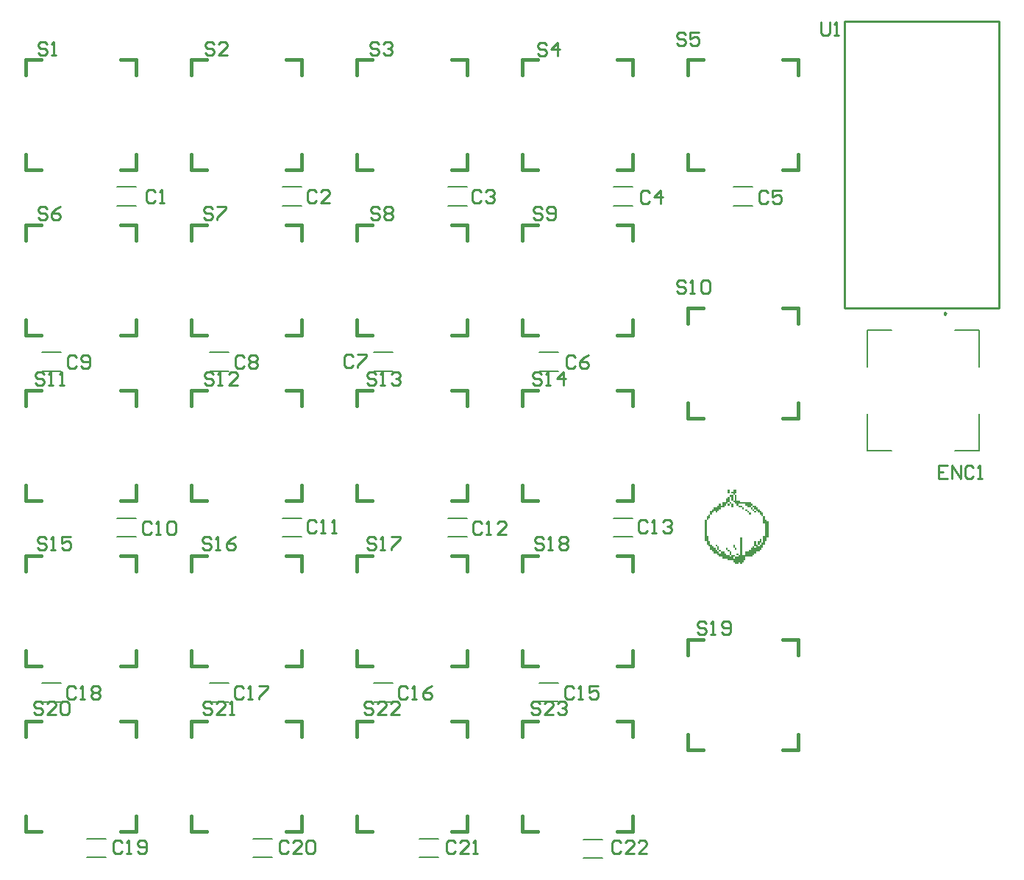
<source format=gto>
G04*
G04 #@! TF.GenerationSoftware,Altium Limited,Altium Designer,22.0.2 (36)*
G04*
G04 Layer_Color=65535*
%FSLAX25Y25*%
%MOIN*%
G70*
G04*
G04 #@! TF.SameCoordinates,D710C13B-DE0B-4BD4-8DFF-8B7893174C1F*
G04*
G04*
G04 #@! TF.FilePolarity,Positive*
G04*
G01*
G75*
%ADD10C,0.00984*%
%ADD11C,0.01500*%
%ADD12C,0.00787*%
%ADD13C,0.01000*%
G36*
X1842709Y639531D02*
Y638731D01*
X1841909D01*
Y639531D01*
Y640331D01*
X1842709D01*
Y639531D01*
D02*
G37*
G36*
X1845909D02*
Y638731D01*
X1845109D01*
Y637931D01*
X1845909D01*
Y637131D01*
Y636331D01*
Y635531D01*
X1847509D01*
Y634731D01*
X1852309D01*
Y633931D01*
X1853109D01*
Y633131D01*
X1854709D01*
Y632331D01*
X1855509D01*
Y631531D01*
X1856309D01*
Y630731D01*
X1857109D01*
Y629931D01*
X1857909D01*
Y629131D01*
Y628331D01*
X1858709D01*
Y627531D01*
Y626731D01*
X1859509D01*
Y625931D01*
X1860309D01*
Y625131D01*
Y624331D01*
Y623531D01*
Y622731D01*
Y621931D01*
Y621131D01*
Y620331D01*
Y619531D01*
Y618731D01*
X1859509D01*
Y617931D01*
Y617131D01*
X1858709D01*
Y616331D01*
Y615531D01*
X1857909D01*
Y614731D01*
Y613931D01*
X1857109D01*
Y613131D01*
X1856309D01*
Y612331D01*
X1854709D01*
Y611531D01*
X1853909D01*
Y610731D01*
X1853109D01*
Y609931D01*
X1849909D01*
Y609131D01*
Y608331D01*
X1849109D01*
Y607531D01*
X1848309D01*
Y606731D01*
X1847509D01*
Y607531D01*
X1846709D01*
Y606731D01*
X1845109D01*
Y607531D01*
X1844309D01*
Y608331D01*
X1841909D01*
Y609131D01*
X1839509D01*
Y609931D01*
X1837909D01*
Y610731D01*
X1837109D01*
Y611531D01*
X1835509D01*
Y612331D01*
X1834709D01*
Y613131D01*
X1833909D01*
Y613931D01*
Y614731D01*
X1833109D01*
Y615531D01*
X1832309D01*
Y616331D01*
Y617131D01*
X1831509D01*
Y617931D01*
Y618731D01*
Y619531D01*
Y620331D01*
Y621131D01*
Y621931D01*
Y622731D01*
Y623531D01*
Y624331D01*
Y625131D01*
Y625931D01*
Y626731D01*
X1832309D01*
Y625931D01*
Y625131D01*
Y624331D01*
Y623531D01*
Y622731D01*
Y621931D01*
Y621131D01*
Y620331D01*
Y619531D01*
X1833109D01*
Y618731D01*
Y617931D01*
Y617131D01*
X1833909D01*
Y616331D01*
Y615531D01*
X1834709D01*
Y614731D01*
X1835509D01*
Y613931D01*
X1836309D01*
Y613131D01*
X1837109D01*
Y612331D01*
X1837909D01*
Y611531D01*
X1838709D01*
Y612331D01*
X1837909D01*
Y613131D01*
X1837109D01*
Y613931D01*
Y614731D01*
X1836309D01*
Y615531D01*
X1837109D01*
Y614731D01*
X1837909D01*
Y613931D01*
Y613131D01*
X1838709D01*
Y612331D01*
X1840309D01*
Y611531D01*
X1841109D01*
Y610731D01*
X1842709D01*
Y609931D01*
X1843509D01*
Y610731D01*
X1842709D01*
Y611531D01*
Y612331D01*
X1841909D01*
Y613131D01*
X1841109D01*
Y613931D01*
X1841909D01*
Y613131D01*
X1842709D01*
Y612331D01*
X1843509D01*
Y611531D01*
Y610731D01*
X1845109D01*
Y609931D01*
X1846709D01*
Y610731D01*
X1845909D01*
Y611531D01*
X1846709D01*
Y610731D01*
X1847509D01*
Y611531D01*
Y612331D01*
Y613131D01*
Y613931D01*
Y614731D01*
Y615531D01*
Y616331D01*
Y617131D01*
Y617931D01*
Y618731D01*
X1848309D01*
Y617931D01*
Y617131D01*
Y616331D01*
Y615531D01*
Y614731D01*
Y613931D01*
Y613131D01*
Y612331D01*
Y611531D01*
Y610731D01*
X1849909D01*
Y611531D01*
Y612331D01*
X1851509D01*
Y613131D01*
X1852309D01*
Y613931D01*
X1853109D01*
Y614731D01*
X1853909D01*
Y613931D01*
X1854709D01*
Y614731D01*
X1853909D01*
Y615531D01*
Y616331D01*
Y617131D01*
X1854709D01*
Y616331D01*
Y615531D01*
X1855509D01*
Y614731D01*
X1856309D01*
Y615531D01*
X1855509D01*
Y616331D01*
Y617131D01*
X1856309D01*
Y617931D01*
X1857109D01*
Y617131D01*
Y616331D01*
X1857909D01*
Y617131D01*
Y617931D01*
Y618731D01*
Y619531D01*
X1858709D01*
Y620331D01*
Y621131D01*
Y621931D01*
Y622731D01*
Y623531D01*
Y624331D01*
Y625131D01*
X1857909D01*
Y625931D01*
Y626731D01*
Y627531D01*
Y628331D01*
X1857109D01*
Y629131D01*
X1856309D01*
Y629931D01*
X1855509D01*
Y630731D01*
X1854709D01*
Y631531D01*
X1853909D01*
Y632331D01*
X1853109D01*
Y633131D01*
X1852309D01*
Y632331D01*
X1853109D01*
Y631531D01*
X1853909D01*
Y630731D01*
X1854709D01*
Y629931D01*
X1853909D01*
Y630731D01*
X1853109D01*
Y631531D01*
X1852309D01*
Y632331D01*
X1850709D01*
Y633131D01*
X1849909D01*
Y633931D01*
X1846709D01*
Y633131D01*
X1848309D01*
Y632331D01*
X1849109D01*
Y631531D01*
X1848309D01*
Y632331D01*
X1846709D01*
Y633131D01*
X1845909D01*
Y633931D01*
X1845109D01*
Y634731D01*
X1844309D01*
Y635531D01*
X1843509D01*
Y636331D01*
Y637131D01*
X1842709D01*
Y637931D01*
X1844309D01*
Y637131D01*
Y636331D01*
Y635531D01*
X1845109D01*
Y636331D01*
Y637131D01*
Y637931D01*
X1844309D01*
Y638731D01*
X1843509D01*
Y639531D01*
X1844309D01*
Y640331D01*
X1845909D01*
Y639531D01*
D02*
G37*
G36*
X1842709Y636331D02*
Y635531D01*
Y634731D01*
X1843509D01*
Y633931D01*
X1844309D01*
Y633131D01*
Y632331D01*
X1843509D01*
Y633131D01*
Y633931D01*
X1842709D01*
Y634731D01*
X1841909D01*
Y633931D01*
X1842709D01*
Y633131D01*
X1841909D01*
Y633931D01*
X1841109D01*
Y633131D01*
X1840309D01*
Y632331D01*
X1838709D01*
Y631531D01*
X1837909D01*
Y630731D01*
X1837109D01*
Y629931D01*
X1836309D01*
Y630731D01*
X1835509D01*
Y629931D01*
X1834709D01*
Y629131D01*
X1833909D01*
Y629931D01*
Y630731D01*
X1834709D01*
Y631531D01*
X1835509D01*
Y632331D01*
X1837109D01*
Y633131D01*
X1837909D01*
Y633931D01*
X1838709D01*
Y633131D01*
X1839509D01*
Y633931D01*
Y634731D01*
X1841109D01*
Y635531D01*
Y636331D01*
X1841909D01*
Y637131D01*
X1842709D01*
Y636331D01*
D02*
G37*
G36*
X1850709Y630731D02*
X1851509D01*
Y629931D01*
X1852309D01*
Y629131D01*
X1851509D01*
Y629931D01*
X1850709D01*
Y630731D01*
X1849909D01*
Y631531D01*
X1850709D01*
Y630731D01*
D02*
G37*
G36*
X1833909Y628331D02*
Y627531D01*
X1833109D01*
Y626731D01*
X1832309D01*
Y627531D01*
Y628331D01*
X1833109D01*
Y629131D01*
X1833909D01*
Y628331D01*
D02*
G37*
G36*
X1845109Y614731D02*
Y613931D01*
X1845909D01*
Y613131D01*
X1845109D01*
Y613931D01*
X1844309D01*
Y614731D01*
Y615531D01*
X1845109D01*
Y614731D01*
D02*
G37*
%LPC*%
G36*
X1857109Y616331D02*
X1856309D01*
Y615531D01*
X1857109D01*
Y616331D01*
D02*
G37*
G36*
X1845109Y609931D02*
X1844309D01*
Y609131D01*
X1845109D01*
Y609931D01*
D02*
G37*
%LPD*%
D10*
X1940650Y720276D02*
X1939911Y720702D01*
Y719849D01*
X1940650Y720276D01*
D11*
X1823850Y828402D02*
Y835402D01*
Y785402D02*
Y792402D01*
Y785402D02*
X1830850D01*
X1866850D02*
X1873850D01*
Y792402D01*
Y828402D02*
Y835402D01*
X1866850D02*
X1873850D01*
X1823850D02*
X1830850D01*
X1823850Y715835D02*
Y722835D01*
Y672835D02*
Y679835D01*
Y672835D02*
X1830850D01*
X1866850D02*
X1873850D01*
Y679835D01*
Y715835D02*
Y722835D01*
X1866850D02*
X1873850D01*
X1823850D02*
X1830850D01*
X1748878Y528433D02*
Y535433D01*
Y485433D02*
Y492433D01*
Y485433D02*
X1755878D01*
X1791878D02*
X1798878D01*
Y492433D01*
Y528433D02*
Y535433D01*
X1791878D02*
X1798878D01*
X1748878D02*
X1755878D01*
X1673878Y528433D02*
Y535433D01*
Y485433D02*
Y492433D01*
Y485433D02*
X1680878D01*
X1716878D02*
X1723878D01*
Y492433D01*
Y528433D02*
Y535433D01*
X1716878D02*
X1723878D01*
X1673878D02*
X1680878D01*
X1598878Y528433D02*
Y535433D01*
Y485433D02*
Y492433D01*
Y485433D02*
X1605878D01*
X1641878D02*
X1648878D01*
Y492433D01*
Y528433D02*
Y535433D01*
X1641878D02*
X1648878D01*
X1598878D02*
X1605878D01*
X1523878Y528433D02*
Y535433D01*
Y485433D02*
Y492433D01*
Y485433D02*
X1530878D01*
X1566878D02*
X1573878D01*
Y492433D01*
Y528433D02*
Y535433D01*
X1566878D02*
X1573878D01*
X1523878D02*
X1530878D01*
X1823850Y565579D02*
Y572579D01*
Y522579D02*
Y529579D01*
Y522579D02*
X1830850D01*
X1866850D02*
X1873850D01*
Y529579D01*
Y565579D02*
Y572579D01*
X1866850D02*
X1873850D01*
X1823850D02*
X1830850D01*
X1748878Y603492D02*
Y610492D01*
Y560492D02*
Y567492D01*
Y560492D02*
X1755878D01*
X1791878D02*
X1798878D01*
Y567492D01*
Y603492D02*
Y610492D01*
X1791878D02*
X1798878D01*
X1748878D02*
X1755878D01*
X1673878Y603433D02*
Y610433D01*
Y560433D02*
Y567433D01*
Y560433D02*
X1680878D01*
X1716878D02*
X1723878D01*
Y567433D01*
Y603433D02*
Y610433D01*
X1716878D02*
X1723878D01*
X1673878D02*
X1680878D01*
X1598878Y603433D02*
Y610433D01*
Y560433D02*
Y567433D01*
Y560433D02*
X1605878D01*
X1641878D02*
X1648878D01*
Y567433D01*
Y603433D02*
Y610433D01*
X1641878D02*
X1648878D01*
X1598878D02*
X1605878D01*
X1523878Y603433D02*
Y610433D01*
Y560433D02*
Y567433D01*
Y560433D02*
X1530878D01*
X1566878D02*
X1573878D01*
Y567433D01*
Y603433D02*
Y610433D01*
X1566878D02*
X1573878D01*
X1523878D02*
X1530878D01*
X1748878Y678335D02*
Y685335D01*
Y635335D02*
Y642335D01*
Y635335D02*
X1755878D01*
X1791878D02*
X1798878D01*
Y642335D01*
Y678335D02*
Y685335D01*
X1791878D02*
X1798878D01*
X1748878D02*
X1755878D01*
X1673878Y678335D02*
Y685335D01*
Y635335D02*
Y642335D01*
Y635335D02*
X1680878D01*
X1716878D02*
X1723878D01*
Y642335D01*
Y678335D02*
Y685335D01*
X1716878D02*
X1723878D01*
X1673878D02*
X1680878D01*
X1598878Y678335D02*
Y685335D01*
Y635335D02*
Y642335D01*
Y635335D02*
X1605878D01*
X1641878D02*
X1648878D01*
Y642335D01*
Y678335D02*
Y685335D01*
X1641878D02*
X1648878D01*
X1598878D02*
X1605878D01*
X1523878Y678335D02*
Y685335D01*
Y635335D02*
Y642335D01*
Y635335D02*
X1530878D01*
X1566878D02*
X1573878D01*
Y642335D01*
Y678335D02*
Y685335D01*
X1566878D02*
X1573878D01*
X1523878D02*
X1530878D01*
X1748878Y753433D02*
Y760433D01*
Y710433D02*
Y717433D01*
Y710433D02*
X1755878D01*
X1791878D02*
X1798878D01*
Y717433D01*
Y753433D02*
Y760433D01*
X1791878D02*
X1798878D01*
X1748878D02*
X1755878D01*
X1673878Y753433D02*
Y760433D01*
Y710433D02*
Y717433D01*
Y710433D02*
X1680878D01*
X1716878D02*
X1723878D01*
Y717433D01*
Y753433D02*
Y760433D01*
X1716878D02*
X1723878D01*
X1673878D02*
X1680878D01*
X1598878Y753433D02*
Y760433D01*
Y710433D02*
Y717433D01*
Y710433D02*
X1605878D01*
X1641878D02*
X1648878D01*
Y717433D01*
Y753433D02*
Y760433D01*
X1641878D02*
X1648878D01*
X1598878D02*
X1605878D01*
X1523878Y753433D02*
Y760433D01*
Y710433D02*
Y717433D01*
Y710433D02*
X1530878D01*
X1566878D02*
X1573878D01*
Y717433D01*
Y753433D02*
Y760433D01*
X1566878D02*
X1573878D01*
X1523878D02*
X1530878D01*
X1748878Y828402D02*
Y835402D01*
Y785402D02*
Y792402D01*
Y785402D02*
X1755878D01*
X1791878D02*
X1798878D01*
Y792402D01*
Y828402D02*
Y835402D01*
X1791878D02*
X1798878D01*
X1748878D02*
X1755878D01*
X1673878Y828402D02*
Y835402D01*
Y785402D02*
Y792402D01*
Y785402D02*
X1680878D01*
X1716878D02*
X1723878D01*
Y792402D01*
Y828402D02*
Y835402D01*
X1716878D02*
X1723878D01*
X1673878D02*
X1680878D01*
X1598878Y828402D02*
Y835402D01*
Y785402D02*
Y792402D01*
Y785402D02*
X1605878D01*
X1641878D02*
X1648878D01*
Y792402D01*
Y828402D02*
Y835402D01*
X1641878D02*
X1648878D01*
X1598878D02*
X1605878D01*
X1523878Y828402D02*
Y835402D01*
Y785402D02*
Y792402D01*
Y785402D02*
X1530878D01*
X1566878D02*
X1573878D01*
Y792402D01*
Y828402D02*
Y835402D01*
X1566878D02*
X1573878D01*
X1523878D02*
X1530878D01*
D12*
X1626772Y473721D02*
X1635433D01*
X1626772Y482185D02*
X1635433D01*
X1701969Y473721D02*
X1710630D01*
X1701969Y482185D02*
X1710630D01*
X1776575Y473327D02*
X1785236D01*
X1776575Y481791D02*
X1785236D01*
X1551575Y473721D02*
X1560236D01*
X1551575Y482185D02*
X1560236D01*
X1955709Y658071D02*
Y674705D01*
Y696161D02*
Y712795D01*
X1904921D02*
X1915945D01*
X1944685D02*
X1955709D01*
X1904921Y658071D02*
Y674705D01*
Y696161D02*
Y712795D01*
Y658071D02*
X1915945D01*
X1944685D02*
X1955709D01*
X1531102Y544201D02*
X1539764D01*
X1531102Y552665D02*
X1539764D01*
X1607087Y544201D02*
X1615748D01*
X1607087Y552665D02*
X1615748D01*
X1681496Y544201D02*
X1690158D01*
X1681496Y552665D02*
X1690158D01*
X1756299Y544260D02*
X1764961D01*
X1756299Y552724D02*
X1764961D01*
X1790134Y627567D02*
X1798796D01*
X1790134Y619102D02*
X1798796D01*
X1715049Y627567D02*
X1723711D01*
X1715049Y619102D02*
X1723711D01*
X1640158Y627567D02*
X1648819D01*
X1640158Y619102D02*
X1648819D01*
X1565158Y627567D02*
X1573819D01*
X1565158Y619102D02*
X1573819D01*
X1531102Y694201D02*
X1539764D01*
X1531102Y702665D02*
X1539764D01*
X1607087Y694201D02*
X1615748D01*
X1607087Y702665D02*
X1615748D01*
X1681496Y694201D02*
X1690158D01*
X1681496Y702665D02*
X1690158D01*
X1756299Y694201D02*
X1764961D01*
X1756299Y702665D02*
X1764961D01*
X1844547Y777634D02*
X1853209D01*
X1844547Y769169D02*
X1853209D01*
X1790134Y777634D02*
X1798796D01*
X1790134Y769169D02*
X1798796D01*
X1715049Y777634D02*
X1723711D01*
X1715049Y769169D02*
X1723711D01*
X1640158Y777634D02*
X1648819D01*
X1640158Y769169D02*
X1648819D01*
X1565158Y777634D02*
X1573819D01*
X1565158Y769169D02*
X1573819D01*
D13*
X1894606Y852638D02*
X1964606D01*
Y722638D02*
Y852638D01*
X1894606Y722638D02*
X1964606D01*
X1894606D02*
Y852638D01*
X1822622Y846684D02*
X1821623Y847684D01*
X1819623D01*
X1818624Y846684D01*
Y845685D01*
X1819623Y844685D01*
X1821623D01*
X1822622Y843685D01*
Y842686D01*
X1821623Y841686D01*
X1819623D01*
X1818624Y842686D01*
X1828620Y847684D02*
X1824622D01*
Y844685D01*
X1826621Y845685D01*
X1827621D01*
X1828620Y844685D01*
Y842686D01*
X1827621Y841686D01*
X1825621D01*
X1824622Y842686D01*
X1822879Y734283D02*
X1821879Y735283D01*
X1819880D01*
X1818880Y734283D01*
Y733283D01*
X1819880Y732283D01*
X1821879D01*
X1822879Y731284D01*
Y730284D01*
X1821879Y729284D01*
X1819880D01*
X1818880Y730284D01*
X1824878Y729284D02*
X1826878D01*
X1825878D01*
Y735283D01*
X1824878Y734283D01*
X1829877D02*
X1830877Y735283D01*
X1832876D01*
X1833875Y734283D01*
Y730284D01*
X1832876Y729284D01*
X1830877D01*
X1829877Y730284D01*
Y734283D01*
X1533449Y767747D02*
X1532450Y768747D01*
X1530450D01*
X1529450Y767747D01*
Y766748D01*
X1530450Y765748D01*
X1532450D01*
X1533449Y764748D01*
Y763749D01*
X1532450Y762749D01*
X1530450D01*
X1529450Y763749D01*
X1539447Y768747D02*
X1537448Y767747D01*
X1535448Y765748D01*
Y763749D01*
X1536448Y762749D01*
X1538447D01*
X1539447Y763749D01*
Y764748D01*
X1538447Y765748D01*
X1535448D01*
X1608252Y767747D02*
X1607253Y768747D01*
X1605253D01*
X1604254Y767747D01*
Y766748D01*
X1605253Y765748D01*
X1607253D01*
X1608252Y764748D01*
Y763749D01*
X1607253Y762749D01*
X1605253D01*
X1604254Y763749D01*
X1610252Y768747D02*
X1614250D01*
Y767747D01*
X1610252Y763749D01*
Y762749D01*
X1684040Y767747D02*
X1683040Y768747D01*
X1681041D01*
X1680041Y767747D01*
Y766748D01*
X1681041Y765748D01*
X1683040D01*
X1684040Y764748D01*
Y763749D01*
X1683040Y762749D01*
X1681041D01*
X1680041Y763749D01*
X1686039Y767747D02*
X1687039Y768747D01*
X1689038D01*
X1690038Y767747D01*
Y766748D01*
X1689038Y765748D01*
X1690038Y764748D01*
Y763749D01*
X1689038Y762749D01*
X1687039D01*
X1686039Y763749D01*
Y764748D01*
X1687039Y765748D01*
X1686039Y766748D01*
Y767747D01*
X1687039Y765748D02*
X1689038D01*
X1757859Y767747D02*
X1756859Y768747D01*
X1754860D01*
X1753860Y767747D01*
Y766748D01*
X1754860Y765748D01*
X1756859D01*
X1757859Y764748D01*
Y763749D01*
X1756859Y762749D01*
X1754860D01*
X1753860Y763749D01*
X1759858D02*
X1760858Y762749D01*
X1762857D01*
X1763857Y763749D01*
Y767747D01*
X1762857Y768747D01*
X1760858D01*
X1759858Y767747D01*
Y766748D01*
X1760858Y765748D01*
X1763857D01*
X1531950Y692846D02*
X1530950Y693846D01*
X1528951D01*
X1527951Y692846D01*
Y691846D01*
X1528951Y690846D01*
X1530950D01*
X1531950Y689847D01*
Y688847D01*
X1530950Y687847D01*
X1528951D01*
X1527951Y688847D01*
X1533949Y687847D02*
X1535948D01*
X1534949D01*
Y693846D01*
X1533949Y692846D01*
X1538947Y687847D02*
X1540947D01*
X1539947D01*
Y693846D01*
X1538947Y692846D01*
X1608706D02*
X1607706Y693846D01*
X1605707D01*
X1604707Y692846D01*
Y691846D01*
X1605707Y690846D01*
X1607706D01*
X1608706Y689847D01*
Y688847D01*
X1607706Y687847D01*
X1605707D01*
X1604707Y688847D01*
X1610705Y687847D02*
X1612705D01*
X1611705D01*
Y693846D01*
X1610705Y692846D01*
X1619702Y687847D02*
X1615704D01*
X1619702Y691846D01*
Y692846D01*
X1618703Y693846D01*
X1616703D01*
X1615704Y692846D01*
X1682525D02*
X1681525Y693846D01*
X1679526D01*
X1678526Y692846D01*
Y691846D01*
X1679526Y690846D01*
X1681525D01*
X1682525Y689847D01*
Y688847D01*
X1681525Y687847D01*
X1679526D01*
X1678526Y688847D01*
X1684524Y687847D02*
X1686523D01*
X1685524D01*
Y693846D01*
X1684524Y692846D01*
X1689523D02*
X1690522Y693846D01*
X1692521D01*
X1693521Y692846D01*
Y691846D01*
X1692521Y690846D01*
X1691522D01*
X1692521D01*
X1693521Y689847D01*
Y688847D01*
X1692521Y687847D01*
X1690522D01*
X1689523Y688847D01*
X1757328Y692846D02*
X1756328Y693846D01*
X1754329D01*
X1753329Y692846D01*
Y691846D01*
X1754329Y690846D01*
X1756328D01*
X1757328Y689847D01*
Y688847D01*
X1756328Y687847D01*
X1754329D01*
X1753329Y688847D01*
X1759327Y687847D02*
X1761327D01*
X1760327D01*
Y693846D01*
X1759327Y692846D01*
X1767325Y687847D02*
Y693846D01*
X1764326Y690846D01*
X1768324D01*
X1642655Y480346D02*
X1641655Y481346D01*
X1639656D01*
X1638656Y480346D01*
Y476347D01*
X1639656Y475347D01*
X1641655D01*
X1642655Y476347D01*
X1648653Y475347D02*
X1644654D01*
X1648653Y479346D01*
Y480346D01*
X1647653Y481346D01*
X1645654D01*
X1644654Y480346D01*
X1650652D02*
X1651652Y481346D01*
X1653651D01*
X1654651Y480346D01*
Y476347D01*
X1653651Y475347D01*
X1651652D01*
X1650652Y476347D01*
Y480346D01*
X1718458D02*
X1717458Y481346D01*
X1715459D01*
X1714459Y480346D01*
Y476347D01*
X1715459Y475347D01*
X1717458D01*
X1718458Y476347D01*
X1724456Y475347D02*
X1720457D01*
X1724456Y479346D01*
Y480346D01*
X1723456Y481346D01*
X1721457D01*
X1720457Y480346D01*
X1726455Y475347D02*
X1728454D01*
X1727455D01*
Y481346D01*
X1726455Y480346D01*
X1793245D02*
X1792246Y481346D01*
X1790246D01*
X1789247Y480346D01*
Y476347D01*
X1790246Y475347D01*
X1792246D01*
X1793245Y476347D01*
X1799243Y475347D02*
X1795245D01*
X1799243Y479346D01*
Y480346D01*
X1798244Y481346D01*
X1796244D01*
X1795245Y480346D01*
X1805242Y475347D02*
X1801243D01*
X1805242Y479346D01*
Y480346D01*
X1804242Y481346D01*
X1802242D01*
X1801243Y480346D01*
X1567367D02*
X1566368Y481346D01*
X1564368D01*
X1563369Y480346D01*
Y476347D01*
X1564368Y475347D01*
X1566368D01*
X1567367Y476347D01*
X1569367Y475347D02*
X1571366D01*
X1570366D01*
Y481346D01*
X1569367Y480346D01*
X1574365Y476347D02*
X1575365Y475347D01*
X1577364D01*
X1578364Y476347D01*
Y480346D01*
X1577364Y481346D01*
X1575365D01*
X1574365Y480346D01*
Y479346D01*
X1575365Y478346D01*
X1578364D01*
X1655375Y625621D02*
X1654375Y626621D01*
X1652376D01*
X1651376Y625621D01*
Y621623D01*
X1652376Y620623D01*
X1654375D01*
X1655375Y621623D01*
X1657374Y620623D02*
X1659373D01*
X1658374D01*
Y626621D01*
X1657374Y625621D01*
X1662373Y620623D02*
X1664372D01*
X1663372D01*
Y626621D01*
X1662373Y625621D01*
X1772878Y700432D02*
X1771879Y701432D01*
X1769879D01*
X1768880Y700432D01*
Y696434D01*
X1769879Y695434D01*
X1771879D01*
X1772878Y696434D01*
X1778876Y701432D02*
X1776877Y700432D01*
X1774878Y698433D01*
Y696434D01*
X1775877Y695434D01*
X1777877D01*
X1778876Y696434D01*
Y697433D01*
X1777877Y698433D01*
X1774878D01*
X1672229Y700818D02*
X1671229Y701818D01*
X1669230D01*
X1668230Y700818D01*
Y696819D01*
X1669230Y695820D01*
X1671229D01*
X1672229Y696819D01*
X1674228Y701818D02*
X1678227D01*
Y700818D01*
X1674228Y696819D01*
Y695820D01*
X1622878Y700432D02*
X1621879Y701432D01*
X1619879D01*
X1618880Y700432D01*
Y696434D01*
X1619879Y695434D01*
X1621879D01*
X1622878Y696434D01*
X1624878Y700432D02*
X1625877Y701432D01*
X1627877D01*
X1628876Y700432D01*
Y699433D01*
X1627877Y698433D01*
X1628876Y697433D01*
Y696434D01*
X1627877Y695434D01*
X1625877D01*
X1624878Y696434D01*
Y697433D01*
X1625877Y698433D01*
X1624878Y699433D01*
Y700432D01*
X1625877Y698433D02*
X1627877D01*
X1546688Y700432D02*
X1545688Y701432D01*
X1543689D01*
X1542689Y700432D01*
Y696434D01*
X1543689Y695434D01*
X1545688D01*
X1546688Y696434D01*
X1548687D02*
X1549687Y695434D01*
X1551686D01*
X1552686Y696434D01*
Y700432D01*
X1551686Y701432D01*
X1549687D01*
X1548687Y700432D01*
Y699433D01*
X1549687Y698433D01*
X1552686D01*
X1860083Y775143D02*
X1859083Y776143D01*
X1857084D01*
X1856084Y775143D01*
Y771144D01*
X1857084Y770145D01*
X1859083D01*
X1860083Y771144D01*
X1866081Y776143D02*
X1862082D01*
Y773143D01*
X1864082Y774143D01*
X1865081D01*
X1866081Y773143D01*
Y771144D01*
X1865081Y770145D01*
X1863082D01*
X1862082Y771144D01*
X1546501Y550424D02*
X1545502Y551424D01*
X1543502D01*
X1542502Y550424D01*
Y546426D01*
X1543502Y545426D01*
X1545502D01*
X1546501Y546426D01*
X1548501Y545426D02*
X1550500D01*
X1549500D01*
Y551424D01*
X1548501Y550424D01*
X1553499D02*
X1554499Y551424D01*
X1556498D01*
X1557498Y550424D01*
Y549425D01*
X1556498Y548425D01*
X1557498Y547426D01*
Y546426D01*
X1556498Y545426D01*
X1554499D01*
X1553499Y546426D01*
Y547426D01*
X1554499Y548425D01*
X1553499Y549425D01*
Y550424D01*
X1554499Y548425D02*
X1556498D01*
X1622485Y550424D02*
X1621486Y551424D01*
X1619486D01*
X1618487Y550424D01*
Y546426D01*
X1619486Y545426D01*
X1621486D01*
X1622485Y546426D01*
X1624485Y545426D02*
X1626484D01*
X1625484D01*
Y551424D01*
X1624485Y550424D01*
X1629483Y551424D02*
X1633482D01*
Y550424D01*
X1629483Y546426D01*
Y545426D01*
X1696806Y550424D02*
X1695807Y551424D01*
X1693807D01*
X1692808Y550424D01*
Y546426D01*
X1693807Y545426D01*
X1695807D01*
X1696806Y546426D01*
X1698806Y545426D02*
X1700805D01*
X1699805D01*
Y551424D01*
X1698806Y550424D01*
X1707803Y551424D02*
X1705803Y550424D01*
X1703804Y548425D01*
Y546426D01*
X1704804Y545426D01*
X1706803D01*
X1707803Y546426D01*
Y547426D01*
X1706803Y548425D01*
X1703804D01*
X1772092Y550424D02*
X1771092Y551424D01*
X1769093D01*
X1768093Y550424D01*
Y546426D01*
X1769093Y545426D01*
X1771092D01*
X1772092Y546426D01*
X1774091Y545426D02*
X1776090D01*
X1775091D01*
Y551424D01*
X1774091Y550424D01*
X1783088Y551424D02*
X1779089D01*
Y548425D01*
X1781089Y549425D01*
X1782088D01*
X1783088Y548425D01*
Y546426D01*
X1782088Y545426D01*
X1780089D01*
X1779089Y546426D01*
X1730359Y625228D02*
X1729360Y626227D01*
X1727360D01*
X1726361Y625228D01*
Y621229D01*
X1727360Y620229D01*
X1729360D01*
X1730359Y621229D01*
X1732359Y620229D02*
X1734358D01*
X1733358D01*
Y626227D01*
X1732359Y625228D01*
X1741356Y620229D02*
X1737357D01*
X1741356Y624228D01*
Y625228D01*
X1740356Y626227D01*
X1738357D01*
X1737357Y625228D01*
X1805433Y625728D02*
X1804433Y626727D01*
X1802434D01*
X1801434Y625728D01*
Y621729D01*
X1802434Y620729D01*
X1804433D01*
X1805433Y621729D01*
X1807432Y620729D02*
X1809431D01*
X1808432D01*
Y626727D01*
X1807432Y625728D01*
X1812430D02*
X1813430Y626727D01*
X1815429D01*
X1816429Y625728D01*
Y624728D01*
X1815429Y623728D01*
X1814430D01*
X1815429D01*
X1816429Y622729D01*
Y621729D01*
X1815429Y620729D01*
X1813430D01*
X1812430Y621729D01*
X1580603Y624932D02*
X1579603Y625932D01*
X1577604D01*
X1576604Y624932D01*
Y620934D01*
X1577604Y619934D01*
X1579603D01*
X1580603Y620934D01*
X1582602Y619934D02*
X1584601D01*
X1583602D01*
Y625932D01*
X1582602Y624932D01*
X1587600D02*
X1588600Y625932D01*
X1590599D01*
X1591599Y624932D01*
Y620934D01*
X1590599Y619934D01*
X1588600D01*
X1587600Y620934D01*
Y624932D01*
X1806261Y775143D02*
X1805261Y776143D01*
X1803262D01*
X1802262Y775143D01*
Y771144D01*
X1803262Y770145D01*
X1805261D01*
X1806261Y771144D01*
X1811259Y770145D02*
Y776143D01*
X1808260Y773143D01*
X1812259D01*
X1730226Y775401D02*
X1729227Y776401D01*
X1727227D01*
X1726228Y775401D01*
Y771402D01*
X1727227Y770402D01*
X1729227D01*
X1730226Y771402D01*
X1732226Y775401D02*
X1733225Y776401D01*
X1735225D01*
X1736225Y775401D01*
Y774401D01*
X1735225Y773402D01*
X1734225D01*
X1735225D01*
X1736225Y772402D01*
Y771402D01*
X1735225Y770402D01*
X1733225D01*
X1732226Y771402D01*
X1655339Y775401D02*
X1654339Y776401D01*
X1652340D01*
X1651340Y775401D01*
Y771402D01*
X1652340Y770402D01*
X1654339D01*
X1655339Y771402D01*
X1661337Y770402D02*
X1657338D01*
X1661337Y774401D01*
Y775401D01*
X1660337Y776401D01*
X1658338D01*
X1657338Y775401D01*
X1582480D02*
X1581481Y776401D01*
X1579481D01*
X1578482Y775401D01*
Y771402D01*
X1579481Y770402D01*
X1581481D01*
X1582480Y771402D01*
X1584480Y770402D02*
X1586479D01*
X1585479D01*
Y776401D01*
X1584480Y775401D01*
X1756828Y543338D02*
X1755828Y544338D01*
X1753829D01*
X1752829Y543338D01*
Y542338D01*
X1753829Y541339D01*
X1755828D01*
X1756828Y540339D01*
Y539339D01*
X1755828Y538340D01*
X1753829D01*
X1752829Y539339D01*
X1762826Y538340D02*
X1758828D01*
X1762826Y542338D01*
Y543338D01*
X1761827Y544338D01*
X1759827D01*
X1758828Y543338D01*
X1764825D02*
X1765825Y544338D01*
X1767825D01*
X1768824Y543338D01*
Y542338D01*
X1767825Y541339D01*
X1766825D01*
X1767825D01*
X1768824Y540339D01*
Y539339D01*
X1767825Y538340D01*
X1765825D01*
X1764825Y539339D01*
X1759630Y842157D02*
X1758631Y843157D01*
X1756631D01*
X1755631Y842157D01*
Y841157D01*
X1756631Y840158D01*
X1758631D01*
X1759630Y839158D01*
Y838158D01*
X1758631Y837158D01*
X1756631D01*
X1755631Y838158D01*
X1764629Y837158D02*
Y843157D01*
X1761630Y840158D01*
X1765628D01*
X1533268Y842519D02*
X1532268Y843519D01*
X1530269D01*
X1529269Y842519D01*
Y841519D01*
X1530269Y840520D01*
X1532268D01*
X1533268Y839520D01*
Y838520D01*
X1532268Y837521D01*
X1530269D01*
X1529269Y838520D01*
X1535267Y837521D02*
X1537266D01*
X1536267D01*
Y843519D01*
X1535267Y842519D01*
X1608221Y543338D02*
X1607222Y544338D01*
X1605222D01*
X1604223Y543338D01*
Y542338D01*
X1605222Y541339D01*
X1607222D01*
X1608221Y540339D01*
Y539339D01*
X1607222Y538340D01*
X1605222D01*
X1604223Y539339D01*
X1614219Y538340D02*
X1610221D01*
X1614219Y542338D01*
Y543338D01*
X1613220Y544338D01*
X1611221D01*
X1610221Y543338D01*
X1616219Y538340D02*
X1618218D01*
X1617219D01*
Y544338D01*
X1616219Y543338D01*
X1681041D02*
X1680041Y544338D01*
X1678042D01*
X1677042Y543338D01*
Y542338D01*
X1678042Y541339D01*
X1680041D01*
X1681041Y540339D01*
Y539339D01*
X1680041Y538340D01*
X1678042D01*
X1677042Y539339D01*
X1687039Y538340D02*
X1683040D01*
X1687039Y542338D01*
Y543338D01*
X1686039Y544338D01*
X1684040D01*
X1683040Y543338D01*
X1693037Y538340D02*
X1689038D01*
X1693037Y542338D01*
Y543338D01*
X1692037Y544338D01*
X1690038D01*
X1689038Y543338D01*
X1531434D02*
X1530435Y544338D01*
X1528435D01*
X1527436Y543338D01*
Y542338D01*
X1528435Y541339D01*
X1530435D01*
X1531434Y540339D01*
Y539339D01*
X1530435Y538340D01*
X1528435D01*
X1527436Y539339D01*
X1537432Y538340D02*
X1533434D01*
X1537432Y542338D01*
Y543338D01*
X1536433Y544338D01*
X1534433D01*
X1533434Y543338D01*
X1539432D02*
X1540431Y544338D01*
X1542431D01*
X1543431Y543338D01*
Y539339D01*
X1542431Y538340D01*
X1540431D01*
X1539432Y539339D01*
Y543338D01*
X1832104Y579629D02*
X1831104Y580629D01*
X1829104D01*
X1828105Y579629D01*
Y578629D01*
X1829104Y577630D01*
X1831104D01*
X1832104Y576630D01*
Y575631D01*
X1831104Y574631D01*
X1829104D01*
X1828105Y575631D01*
X1834103Y574631D02*
X1836102D01*
X1835102D01*
Y580629D01*
X1834103Y579629D01*
X1839101Y575631D02*
X1840101Y574631D01*
X1842100D01*
X1843100Y575631D01*
Y579629D01*
X1842100Y580629D01*
X1840101D01*
X1839101Y579629D01*
Y578629D01*
X1840101Y577630D01*
X1843100D01*
X1607722Y618141D02*
X1606722Y619141D01*
X1604723D01*
X1603723Y618141D01*
Y617141D01*
X1604723Y616142D01*
X1606722D01*
X1607722Y615142D01*
Y614142D01*
X1606722Y613143D01*
X1604723D01*
X1603723Y614142D01*
X1609721Y613143D02*
X1611720D01*
X1610721D01*
Y619141D01*
X1609721Y618141D01*
X1618718Y619141D02*
X1616719Y618141D01*
X1614719Y616142D01*
Y614142D01*
X1615719Y613143D01*
X1617718D01*
X1618718Y614142D01*
Y615142D01*
X1617718Y616142D01*
X1614719D01*
X1682525Y618141D02*
X1681525Y619141D01*
X1679526D01*
X1678526Y618141D01*
Y617141D01*
X1679526Y616142D01*
X1681525D01*
X1682525Y615142D01*
Y614142D01*
X1681525Y613143D01*
X1679526D01*
X1678526Y614142D01*
X1684524Y613143D02*
X1686523D01*
X1685524D01*
Y619141D01*
X1684524Y618141D01*
X1689523Y619141D02*
X1693521D01*
Y618141D01*
X1689523Y614142D01*
Y613143D01*
X1758312Y618200D02*
X1757313Y619200D01*
X1755313D01*
X1754313Y618200D01*
Y617201D01*
X1755313Y616201D01*
X1757313D01*
X1758312Y615201D01*
Y614201D01*
X1757313Y613202D01*
X1755313D01*
X1754313Y614201D01*
X1760312Y613202D02*
X1762311D01*
X1761311D01*
Y619200D01*
X1760312Y618200D01*
X1765310D02*
X1766310Y619200D01*
X1768309D01*
X1769309Y618200D01*
Y617201D01*
X1768309Y616201D01*
X1769309Y615201D01*
Y614201D01*
X1768309Y613202D01*
X1766310D01*
X1765310Y614201D01*
Y615201D01*
X1766310Y616201D01*
X1765310Y617201D01*
Y618200D01*
X1766310Y616201D02*
X1768309D01*
X1532918Y618141D02*
X1531919Y619141D01*
X1529919D01*
X1528920Y618141D01*
Y617141D01*
X1529919Y616142D01*
X1531919D01*
X1532918Y615142D01*
Y614142D01*
X1531919Y613143D01*
X1529919D01*
X1528920Y614142D01*
X1534918Y613143D02*
X1536917D01*
X1535917D01*
Y619141D01*
X1534918Y618141D01*
X1543915Y619141D02*
X1539916D01*
Y616142D01*
X1541916Y617141D01*
X1542915D01*
X1543915Y616142D01*
Y614142D01*
X1542915Y613143D01*
X1540916D01*
X1539916Y614142D01*
X1683843Y842519D02*
X1682843Y843519D01*
X1680844D01*
X1679844Y842519D01*
Y841519D01*
X1680844Y840520D01*
X1682843D01*
X1683843Y839520D01*
Y838520D01*
X1682843Y837521D01*
X1680844D01*
X1679844Y838520D01*
X1685842Y842519D02*
X1686842Y843519D01*
X1688841D01*
X1689841Y842519D01*
Y841519D01*
X1688841Y840520D01*
X1687841D01*
X1688841D01*
X1689841Y839520D01*
Y838520D01*
X1688841Y837521D01*
X1686842D01*
X1685842Y838520D01*
X1884190Y852487D02*
Y847489D01*
X1885190Y846489D01*
X1887189D01*
X1888189Y847489D01*
Y852487D01*
X1890188Y846489D02*
X1892188D01*
X1891188D01*
Y852487D01*
X1890188Y851488D01*
X1941246Y651424D02*
X1937247D01*
Y645426D01*
X1941246D01*
X1937247Y648425D02*
X1939247D01*
X1943245Y645426D02*
Y651424D01*
X1947244Y645426D01*
Y651424D01*
X1953242Y650424D02*
X1952242Y651424D01*
X1950243D01*
X1949243Y650424D01*
Y646426D01*
X1950243Y645426D01*
X1952242D01*
X1953242Y646426D01*
X1955242Y645426D02*
X1957241D01*
X1956241D01*
Y651424D01*
X1955242Y650424D01*
X1609040Y842519D02*
X1608040Y843519D01*
X1606041D01*
X1605041Y842519D01*
Y841519D01*
X1606041Y840520D01*
X1608040D01*
X1609040Y839520D01*
Y838520D01*
X1608040Y837521D01*
X1606041D01*
X1605041Y838520D01*
X1615038Y837521D02*
X1611039D01*
X1615038Y841519D01*
Y842519D01*
X1614038Y843519D01*
X1612039D01*
X1611039Y842519D01*
M02*

</source>
